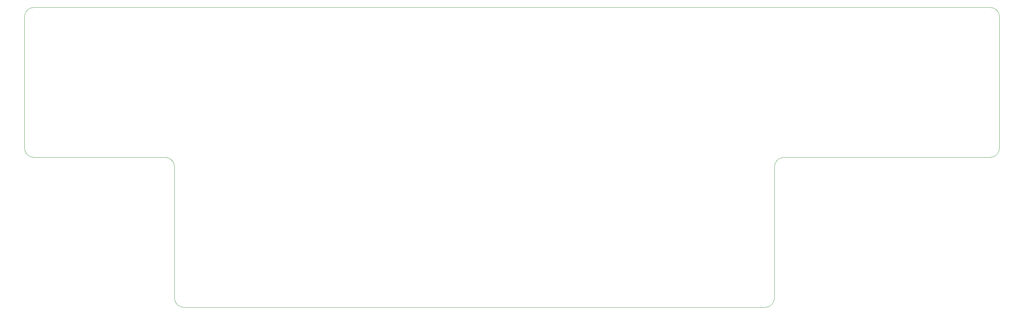
<source format=gm1>
G04 #@! TF.GenerationSoftware,KiCad,Pcbnew,(5.99.0-10014-g15e640b5fe)*
G04 #@! TF.CreationDate,2021-03-28T13:55:16-07:00*
G04 #@! TF.ProjectId,unisplit_orthosteno,756e6973-706c-4697-945f-6f7274686f73,rev?*
G04 #@! TF.SameCoordinates,Original*
G04 #@! TF.FileFunction,Profile,NP*
%FSLAX46Y46*%
G04 Gerber Fmt 4.6, Leading zero omitted, Abs format (unit mm)*
G04 Created by KiCad (PCBNEW (5.99.0-10014-g15e640b5fe)) date 2021-03-28 13:55:16*
%MOMM*%
%LPD*%
G01*
G04 APERTURE LIST*
G04 #@! TA.AperFunction,Profile*
%ADD10C,0.050000*%
G04 #@! TD*
G04 APERTURE END LIST*
D10*
X27781250Y-62706250D02*
X27781250Y-96043750D01*
X275431250Y-96043750D02*
X275431250Y-62706250D01*
X273050000Y-60325000D02*
X30162500Y-60325000D01*
X30162500Y-98425000D02*
X63500000Y-98425000D01*
X65881250Y-100806250D02*
X65881250Y-134143750D01*
X68262500Y-136525000D02*
X215900000Y-136525000D01*
X218281250Y-134143750D02*
X218281250Y-100806250D01*
X220662500Y-98425000D02*
X273050000Y-98425000D01*
X30162500Y-98425000D02*
G75*
G02*
X27781250Y-96043750I0J2381250D01*
G01*
X218281250Y-134143750D02*
G75*
G02*
X215900000Y-136525000I-2381250J0D01*
G01*
X63500000Y-98425000D02*
G75*
G02*
X65881250Y-100806250I0J-2381250D01*
G01*
X27781250Y-62706250D02*
G75*
G02*
X30162500Y-60325000I2381250J0D01*
G01*
X218281250Y-100806250D02*
G75*
G02*
X220662500Y-98425000I2381250J0D01*
G01*
X275431250Y-96043750D02*
G75*
G02*
X273050000Y-98425000I-2381250J0D01*
G01*
X68262500Y-136525000D02*
G75*
G02*
X65881250Y-134143750I0J2381250D01*
G01*
X273050000Y-60325000D02*
G75*
G02*
X275431250Y-62706250I0J-2381250D01*
G01*
M02*

</source>
